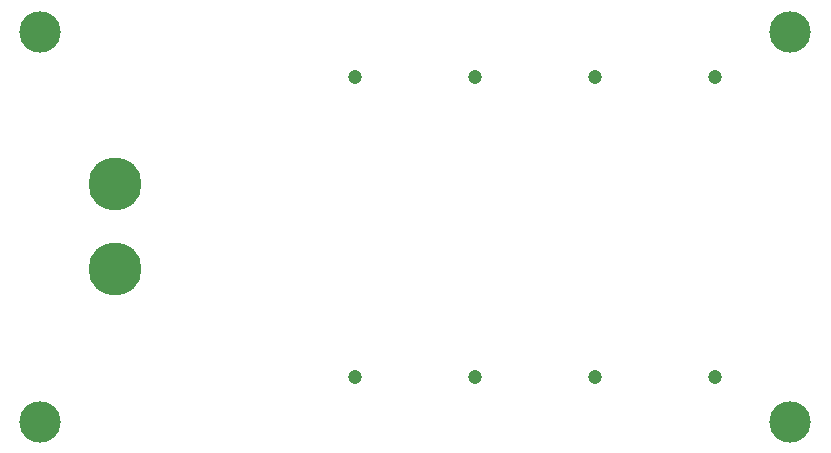
<source format=gbr>
%TF.GenerationSoftware,KiCad,Pcbnew,(6.0.8)*%
%TF.CreationDate,2022-12-18T03:30:38+02:00*%
%TF.ProjectId,shunt,7368756e-742e-46b6-9963-61645f706362,rev?*%
%TF.SameCoordinates,Original*%
%TF.FileFunction,Plated,1,2,PTH,Drill*%
%TF.FilePolarity,Positive*%
%FSLAX46Y46*%
G04 Gerber Fmt 4.6, Leading zero omitted, Abs format (unit mm)*
G04 Created by KiCad (PCBNEW (6.0.8)) date 2022-12-18 03:30:38*
%MOMM*%
%LPD*%
G01*
G04 APERTURE LIST*
%TA.AperFunction,ComponentDrill*%
%ADD10C,1.200000*%
%TD*%
%TA.AperFunction,ViaDrill*%
%ADD11C,3.500000*%
%TD*%
%TA.AperFunction,ComponentDrill*%
%ADD12C,4.500000*%
%TD*%
G04 APERTURE END LIST*
D10*
%TO.C,R1*%
X43180000Y-20320000D03*
X43180000Y-45720000D03*
%TO.C,R3*%
X53340000Y-20320000D03*
X53340000Y-45720000D03*
%TO.C,R4*%
X63500000Y-20320000D03*
X63500000Y-45720000D03*
%TO.C,R2*%
X73660000Y-20320000D03*
X73660000Y-45720000D03*
%TD*%
D11*
X16510000Y-16510000D03*
X16510000Y-49530000D03*
X80010000Y-16510000D03*
X80010000Y-49530000D03*
D12*
%TO.C,J1*%
X22860000Y-29420000D03*
X22860000Y-36620000D03*
M02*

</source>
